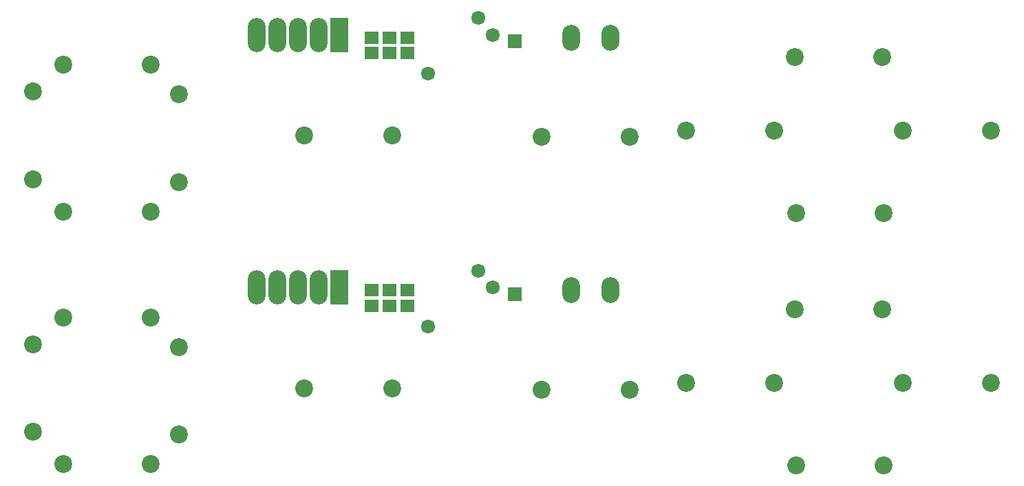
<source format=gbs>
G04 DipTrace 3.3.1.1*
G04 bottom_mask_gamepad_speedlink2dendy.gbs*
%MOMM*%
G04 #@! TF.FileFunction,Soldermask,Bot*
G04 #@! TF.Part,Single*
%ADD38O,2.2X3.2*%
%ADD44R,1.724X1.724*%
%ADD46C,1.724*%
%ADD48O,2.2X4.2*%
%ADD50R,2.2X4.2*%
%ADD54R,1.7X1.5*%
%ADD56C,2.2*%
%FSLAX35Y35*%
G04*
G71*
G90*
G75*
G01*
G04 BotMask*
%LPD*%
D56*
X3381497Y1968460D3*
Y3047960D3*
X1587437Y2000210D3*
Y3079710D3*
X1952597Y1603313D3*
X3032097D3*
X1952630Y3413240D3*
X3032130D3*
X8921623Y2524000D3*
X7842123D3*
X4921557Y2540040D3*
X6001057D3*
X12050177Y1587403D3*
X10970677D3*
X13366623Y2603373D3*
X12287123D3*
X10700710Y2603483D3*
X9621210D3*
X12034300Y3508440D3*
X10954800D3*
D54*
X6191923Y3556403D3*
Y3746403D3*
X5969390Y3556143D3*
Y3746143D3*
X5746857Y3556403D3*
Y3746403D3*
D50*
X5350100Y3778417D3*
D48*
X5096100D3*
X4842100D3*
X4588100D3*
X4334100D3*
D46*
X7239530D3*
X7064887Y3984813D3*
X6445127Y3301873D3*
D44*
X7509433Y3699033D3*
D38*
X8690607Y3746663D3*
X8208007D3*
D56*
X3381497Y5080287D3*
Y6159787D3*
X1587437Y5112037D3*
Y6191537D3*
X1952597Y4715140D3*
X3032097D3*
X1952630Y6525067D3*
X3032130D3*
X8921623Y5635827D3*
X7842123D3*
X4921557Y5651867D3*
X6001057D3*
X12050177Y4699230D3*
X10970677D3*
X13366623Y5715200D3*
X12287123D3*
X10700710Y5715310D3*
X9621210D3*
X12034300Y6620267D3*
X10954800D3*
D54*
X6191923Y6668230D3*
Y6858230D3*
X5969390Y6667970D3*
Y6857970D3*
X5746857Y6668230D3*
Y6858230D3*
D50*
X5350100Y6890243D3*
D48*
X5096100D3*
X4842100D3*
X4588100D3*
X4334100D3*
D46*
X7239530D3*
X7064887Y7096640D3*
X6445127Y6413700D3*
D44*
X7509433Y6810860D3*
D38*
X8690607Y6858490D3*
X8208007D3*
M02*

</source>
